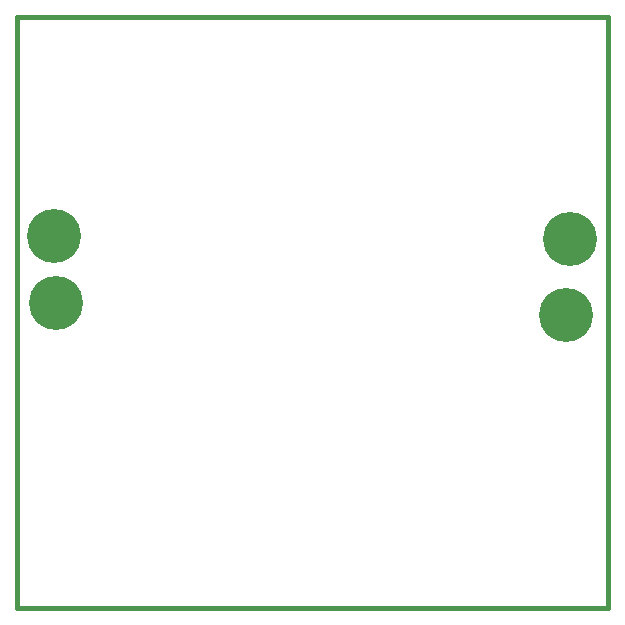
<source format=gbs>
G04 (created by PCBNEW-RS274X (2012-01-19 BZR 3256)-stable) date 2/6/2013 4:14:27 PM*
G01*
G70*
G90*
%MOIN*%
G04 Gerber Fmt 3.4, Leading zero omitted, Abs format*
%FSLAX34Y34*%
G04 APERTURE LIST*
%ADD10C,0.006000*%
%ADD11C,0.015000*%
%ADD12C,0.180000*%
G04 APERTURE END LIST*
G54D10*
G54D11*
X23811Y-09433D02*
X23815Y-09437D01*
X23811Y-29118D02*
X23811Y-09433D01*
X43496Y-29118D02*
X23811Y-29118D01*
X43496Y-09433D02*
X43496Y-29118D01*
X23811Y-09433D02*
X43496Y-09433D01*
G54D12*
X25039Y-16728D03*
X42224Y-16807D03*
X42098Y-19343D03*
X25091Y-18969D03*
M02*

</source>
